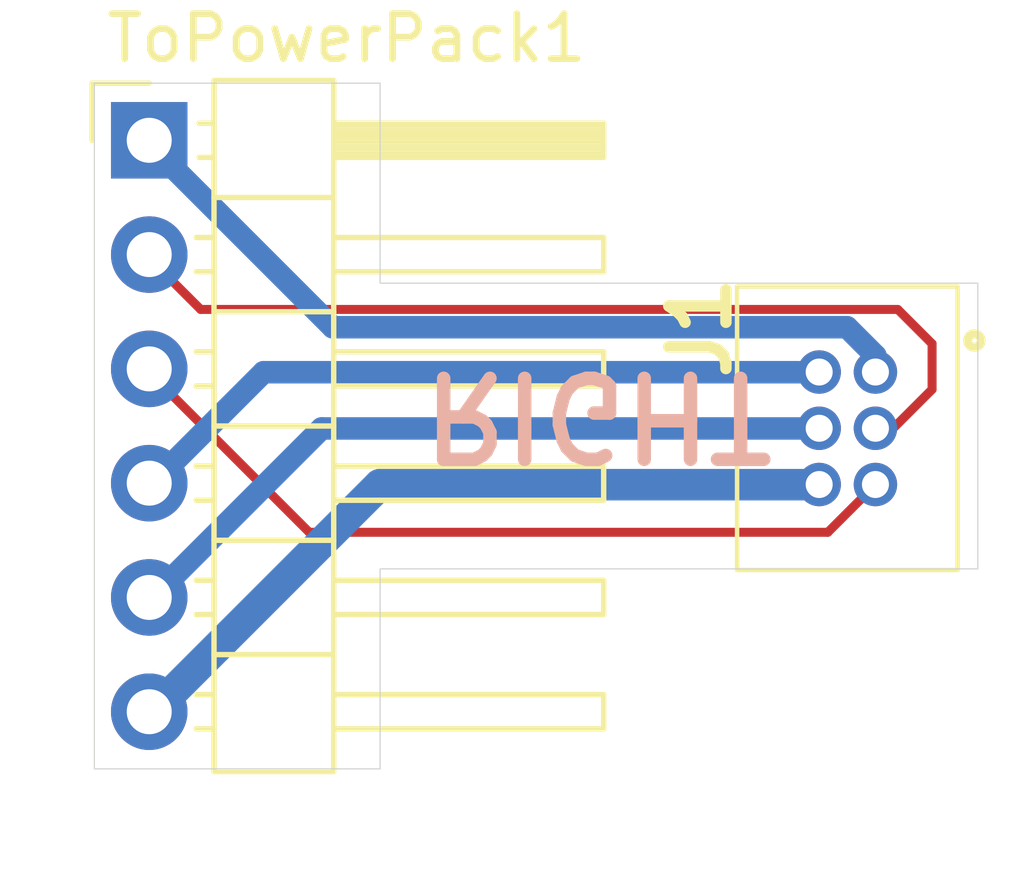
<source format=kicad_pcb>
(kicad_pcb (version 20221018) (generator pcbnew)
  (layers (0 "F.Cu" signal) (31 "B.Cu" signal) (34 "B.Paste" user) (35 "F.Paste" user) (36 "B.SilkS" user "B.Silkscreen") (37 "F.SilkS" user "F.Silkscreen") (38 "B.Mask" user) (39 "F.Mask" user) (44 "Edge.Cuts" user))
  (net 0 "")
  (net 1 "+BATT")
  (net 2 "/SDA")
  (net 3 "/SCL")
  (net 4 "+5V")
  (net 5 "VBUS")
  (net 6 "GND")
  (footprint "SamacSys_Parts:G125-FV20605L0P" (layer "F.Cu") (at 117.359 106.42 90)
    (fp_text reference "J1" (at 0.9846 -3.8972 90) (layer "F.SilkS") (effects (font (size 1.27 1.27) (thickness 0.254))))
    (fp_text value "G125-FV20605L0P" hide)
    (fp_line (start -4.4 -3.075) (end 1.9 -3.075) (stroke (width 0.1)) (layer "F.SilkS"))
    (fp_line (start -4.4 1.825) (end -4.4 -3.075) (stroke (width 0.1)) (layer "F.SilkS"))
    (fp_line (start 1.9 -3.075) (end 1.9 1.825) (stroke (width 0.1)) (layer "F.SilkS"))
    (fp_line (start 1.9 1.825) (end -4.4 1.825) (stroke (width 0.1)) (layer "F.SilkS"))
    (fp_circle (center 0.7 2.2) (end 0.7 2.25) (stroke (width 0.2)) (fill none) (layer "F.SilkS"))
    (pad "1" thru_hole circle (at 0 0 90) (size 0.965 0.965) (drill 0.6) (layers "*.Cu" "*.Mask") (net 1 "+BATT"))
    (pad "2" thru_hole circle (at -1.25 0 90) (size 0.965 0.965) (drill 0.6) (layers "*.Cu" "*.Mask") (net 2 "/SDA"))
    (pad "3" thru_hole circle (at -2.5 0 90) (size 0.965 0.965) (drill 0.6) (layers "*.Cu" "*.Mask") (net 3 "/SCL"))
    (pad "4" thru_hole circle (at 0 -1.25 90) (size 0.965 0.965) (drill 0.6) (layers "*.Cu" "*.Mask") (net 4 "+5V"))
    (pad "5" thru_hole circle (at -1.25 -1.25 90) (size 0.965 0.965) (drill 0.6) (layers "*.Cu" "*.Mask") (net 5 "VBUS"))
    (pad "6" thru_hole circle (at -2.5 -1.25 90) (size 0.965 0.965) (drill 0.6) (layers "*.Cu" "*.Mask") (net 6 "GND"))
  )
  (footprint "Connector_PinHeader_2.54mm:PinHeader_1x06_P2.54mm_Horizontal" (layer "F.Cu") (at 101.219 101.27)
    (fp_text reference "ToPowerPack1" (at 4.385 -2.27) (layer "F.SilkS"))
    (fp_text value "G125-MS10605L3P")
    (fp_line (start -1.27 -1.27) (end 0 -1.27) (stroke (width 0.12)) (layer "F.SilkS"))
    (fp_line (start -1.27 0) (end -1.27 -1.27) (stroke (width 0.12)) (layer "F.SilkS"))
    (fp_line (start 1.042929 2.16) (end 1.44 2.16) (stroke (width 0.12)) (layer "F.SilkS"))
    (fp_line (start 1.042929 2.92) (end 1.44 2.92) (stroke (width 0.12)) (layer "F.SilkS"))
    (fp_line (start 1.042929 4.7) (end 1.44 4.7) (stroke (width 0.12)) (layer "F.SilkS"))
    (fp_line (start 1.042929 5.46) (end 1.44 5.46) (stroke (width 0.12)) (layer "F.SilkS"))
    (fp_line (start 1.042929 7.24) (end 1.44 7.24) (stroke (width 0.12)) (layer "F.SilkS"))
    (fp_line (start 1.042929 8) (end 1.44 8) (stroke (width 0.12)) (layer "F.SilkS"))
    (fp_line (start 1.042929 9.78) (end 1.44 9.78) (stroke (width 0.12)) (layer "F.SilkS"))
    (fp_line (start 1.042929 10.54) (end 1.44 10.54) (stroke (width 0.12)) (layer "F.SilkS"))
    (fp_line (start 1.042929 12.32) (end 1.44 12.32) (stroke (width 0.12)) (layer "F.SilkS"))
    (fp_line (start 1.042929 13.08) (end 1.44 13.08) (stroke (width 0.12)) (layer "F.SilkS"))
    (fp_line (start 1.11 -0.38) (end 1.44 -0.38) (stroke (width 0.12)) (layer "F.SilkS"))
    (fp_line (start 1.11 0.38) (end 1.44 0.38) (stroke (width 0.12)) (layer "F.SilkS"))
    (fp_line (start 1.44 -1.33) (end 1.44 14.03) (stroke (width 0.12)) (layer "F.SilkS"))
    (fp_line (start 1.44 1.27) (end 4.1 1.27) (stroke (width 0.12)) (layer "F.SilkS"))
    (fp_line (start 1.44 3.81) (end 4.1 3.81) (stroke (width 0.12)) (layer "F.SilkS"))
    (fp_line (start 1.44 6.35) (end 4.1 6.35) (stroke (width 0.12)) (layer "F.SilkS"))
    (fp_line (start 1.44 8.89) (end 4.1 8.89) (stroke (width 0.12)) (layer "F.SilkS"))
    (fp_line (start 1.44 11.43) (end 4.1 11.43) (stroke (width 0.12)) (layer "F.SilkS"))
    (fp_line (start 1.44 14.03) (end 4.1 14.03) (stroke (width 0.12)) (layer "F.SilkS"))
    (fp_line (start 4.1 -1.33) (end 1.44 -1.33) (stroke (width 0.12)) (layer "F.SilkS"))
    (fp_line (start 4.1 -0.38) (end 10.1 -0.38) (stroke (width 0.12)) (layer "F.SilkS"))
    (fp_line (start 4.1 -0.32) (end 10.1 -0.32) (stroke (width 0.12)) (layer "F.SilkS"))
    (fp_line (start 4.1 -0.2) (end 10.1 -0.2) (stroke (width 0.12)) (layer "F.SilkS"))
    (fp_line (start 4.1 -0.08) (end 10.1 -0.08) (stroke (width 0.12)) (layer "F.SilkS"))
    (fp_line (start 4.1 0.04) (end 10.1 0.04) (stroke (width 0.12)) (layer "F.SilkS"))
    (fp_line (start 4.1 0.16) (end 10.1 0.16) (stroke (width 0.12)) (layer "F.SilkS"))
    (fp_line (start 4.1 0.28) (end 10.1 0.28) (stroke (width 0.12)) (layer "F.SilkS"))
    (fp_line (start 4.1 2.16) (end 10.1 2.16) (stroke (width 0.12)) (layer "F.SilkS"))
    (fp_line (start 4.1 4.7) (end 10.1 4.7) (stroke (width 0.12)) (layer "F.SilkS"))
    (fp_line (start 4.1 7.24) (end 10.1 7.24) (stroke (width 0.12)) (layer "F.SilkS"))
    (fp_line (start 4.1 9.78) (end 10.1 9.78) (stroke (width 0.12)) (layer "F.SilkS"))
    (fp_line (start 4.1 12.32) (end 10.1 12.32) (stroke (width 0.12)) (layer "F.SilkS"))
    (fp_line (start 4.1 14.03) (end 4.1 -1.33) (stroke (width 0.12)) (layer "F.SilkS"))
    (fp_line (start 10.1 -0.38) (end 10.1 0.38) (stroke (width 0.12)) (layer "F.SilkS"))
    (fp_line (start 10.1 0.38) (end 4.1 0.38) (stroke (width 0.12)) (layer "F.SilkS"))
    (fp_line (start 10.1 2.16) (end 10.1 2.92) (stroke (width 0.12)) (layer "F.SilkS"))
    (fp_line (start 10.1 2.92) (end 4.1 2.92) (stroke (width 0.12)) (layer "F.SilkS"))
    (fp_line (start 10.1 4.7) (end 10.1 5.46) (stroke (width 0.12)) (layer "F.SilkS"))
    (fp_line (start 10.1 5.46) (end 4.1 5.46) (stroke (width 0.12)) (layer "F.SilkS"))
    (fp_line (start 10.1 7.24) (end 10.1 8) (stroke (width 0.12)) (layer "F.SilkS"))
    (fp_line (start 10.1 8) (end 4.1 8) (stroke (width 0.12)) (layer "F.SilkS"))
    (fp_line (start 10.1 9.78) (end 10.1 10.54) (stroke (width 0.12)) (layer "F.SilkS"))
    (fp_line (start 10.1 10.54) (end 4.1 10.54) (stroke (width 0.12)) (layer "F.SilkS"))
    (fp_line (start 10.1 12.32) (end 10.1 13.08) (stroke (width 0.12)) (layer "F.SilkS"))
    (fp_line (start 10.1 13.08) (end 4.1 13.08) (stroke (width 0.12)) (layer "F.SilkS"))
    (pad "1" thru_hole rect (at 0 0) (size 1.7 1.7) (drill 1) (layers "*.Cu" "*.Mask") (net 1 "+BATT"))
    (pad "2" thru_hole oval (at 0 2.54) (size 1.7 1.7) (drill 1) (layers "*.Cu" "*.Mask") (net 2 "/SDA"))
    (pad "3" thru_hole oval (at 0 5.08) (size 1.7 1.7) (drill 1) (layers "*.Cu" "*.Mask") (net 3 "/SCL"))
    (pad "4" thru_hole oval (at 0 7.62) (size 1.7 1.7) (drill 1) (layers "*.Cu" "*.Mask") (net 4 "+5V"))
    (pad "5" thru_hole oval (at 0 10.16) (size 1.7 1.7) (drill 1) (layers "*.Cu" "*.Mask") (net 5 "VBUS"))
    (pad "6" thru_hole oval (at 0 12.7) (size 1.7 1.7) (drill 1) (layers "*.Cu" "*.Mask") (net 6 "GND"))
  )
  (gr_line (start 106.35 100) (end 106.35 104.445) (stroke (width 0.0254)) (layer "Edge.Cuts"))
  (gr_line (start 106.35 104.445) (end 119.634 104.445) (stroke (width 0.0254)) (layer "Edge.Cuts"))
  (gr_line (start 106.35 115.24) (end 106.35 110.795) (stroke (width 0.0254)) (layer "Edge.Cuts"))
  (gr_line (start 100 100) (end 100 115.24) (stroke (width 0.0254)) (layer "Edge.Cuts"))
  (gr_line (start 106.35 110.795) (end 119.634 110.795) (stroke (width 0.0254)) (layer "Edge.Cuts"))
  (gr_line (start 100 100) (end 106.35 100) (stroke (width 0.0254)) (layer "Edge.Cuts"))
  (gr_line (start 100 115.24) (end 106.35 115.24) (stroke (width 0.0254)) (layer "Edge.Cuts"))
  (gr_line (start 119.634 104.445) (end 119.634 110.795) (stroke (width 0.0254)) (layer "Edge.Cuts"))
  (gr_text "RIGHT" (at 107.1372 106.3244 180) (layer "B.SilkS") (effects (font (size 1.8 1.8) (thickness 0.3)) (justify left bottom mirror)))
  (segment (start 105.299 105.426) (end 105.301 105.424) (width 0.5) (layer "B.Cu") (net 1))
  (segment (start 116.727 105.424) (end 117.359 106.056) (width 0.5) (layer "B.Cu") (net 1))
  (segment (start 117.359 106.056) (end 117.359 106.424) (width 0.5) (layer "B.Cu") (net 1))
  (segment (start 105.301 105.424) (end 116.727 105.424) (width 0.5) (layer "B.Cu") (net 1))
  (segment (start 101.219 101.346) (end 105.299 105.426) (width 0.5) (layer "B.Cu") (net 1))
  (segment (start 117.856 105.029) (end 118.618 105.791) (width 0.2) (layer "F.Cu") (net 2))
  (segment (start 118.618 106.807) (end 117.751 107.674) (width 0.2) (layer "F.Cu") (net 2))
  (segment (start 118.618 105.791) (end 118.618 106.807) (width 0.2) (layer "F.Cu") (net 2))
  (segment (start 101.219 103.886) (end 102.362 105.029) (width 0.2) (layer "F.Cu") (net 2))
  (segment (start 102.362 105.029) (end 117.856 105.029) (width 0.2) (layer "F.Cu") (net 2))
  (segment (start 104.775 109.982) (end 116.301 109.982) (width 0.2) (layer "F.Cu") (net 3))
  (segment (start 116.301 109.982) (end 117.359 108.924) (width 0.2) (layer "F.Cu") (net 3))
  (segment (start 101.219 106.426) (end 104.775 109.982) (width 0.2) (layer "F.Cu") (net 3))
  (segment (start 103.761 106.424) (end 116.109 106.424) (width 0.5) (layer "B.Cu") (net 4))
  (segment (start 101.219 108.966) (end 103.761 106.424) (width 0.5) (layer "B.Cu") (net 4))
  (segment (start 105.051 107.674) (end 116.109 107.674) (width 0.5) (layer "B.Cu") (net 5))
  (segment (start 101.219 111.506) (end 105.051 107.674) (width 0.5) (layer "B.Cu") (net 5))
  (segment (start 106.341 108.924) (end 116.109 108.924) (width 0.7) (layer "B.Cu") (net 6))
  (segment (start 101.219 114.046) (end 106.341 108.924) (width 0.7) (layer "B.Cu") (net 6))
)
</source>
